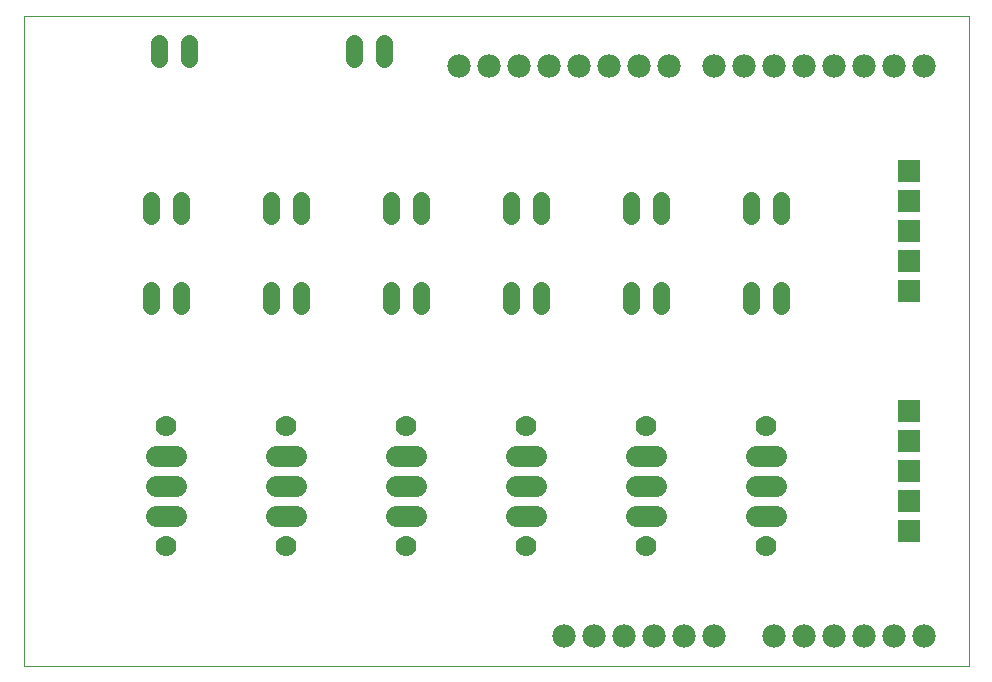
<source format=gbs>
G75*
G70*
%OFA0B0*%
%FSLAX24Y24*%
%IPPOS*%
%LPD*%
%AMOC8*
5,1,8,0,0,1.08239X$1,22.5*
%
%ADD10C,0.0000*%
%ADD11R,0.0749X0.0749*%
%ADD12C,0.0560*%
%ADD13C,0.0690*%
%ADD14C,0.0700*%
%ADD15C,0.0780*%
D10*
X002180Y000680D02*
X002180Y022334D01*
X033676Y022334D01*
X033676Y000680D01*
X002180Y000680D01*
D11*
X031680Y005180D03*
X031680Y006180D03*
X031680Y007180D03*
X031680Y008180D03*
X031680Y009164D03*
X031680Y013180D03*
X031680Y014180D03*
X031680Y015180D03*
X031680Y016180D03*
X031680Y017164D03*
D12*
X027430Y016190D02*
X027430Y015670D01*
X026430Y015670D02*
X026430Y016190D01*
X023430Y016190D02*
X023430Y015670D01*
X022430Y015670D02*
X022430Y016190D01*
X019430Y016190D02*
X019430Y015670D01*
X018430Y015670D02*
X018430Y016190D01*
X015430Y016190D02*
X015430Y015670D01*
X014430Y015670D02*
X014430Y016190D01*
X011430Y016190D02*
X011430Y015670D01*
X010430Y015670D02*
X010430Y016190D01*
X007430Y016190D02*
X007430Y015670D01*
X006430Y015670D02*
X006430Y016190D01*
X006430Y013190D02*
X006430Y012670D01*
X007430Y012670D02*
X007430Y013190D01*
X010430Y013190D02*
X010430Y012670D01*
X011430Y012670D02*
X011430Y013190D01*
X014430Y013190D02*
X014430Y012670D01*
X015430Y012670D02*
X015430Y013190D01*
X018430Y013190D02*
X018430Y012670D01*
X019430Y012670D02*
X019430Y013190D01*
X022430Y013190D02*
X022430Y012670D01*
X023430Y012670D02*
X023430Y013190D01*
X026430Y013190D02*
X026430Y012670D01*
X027430Y012670D02*
X027430Y013190D01*
X014180Y020920D02*
X014180Y021440D01*
X013180Y021440D02*
X013180Y020920D01*
X007680Y020920D02*
X007680Y021440D01*
X006680Y021440D02*
X006680Y020920D01*
D13*
X006605Y007680D02*
X007255Y007680D01*
X007255Y006680D02*
X006605Y006680D01*
X006605Y005680D02*
X007255Y005680D01*
X010605Y005680D02*
X011255Y005680D01*
X011255Y006680D02*
X010605Y006680D01*
X010605Y007680D02*
X011255Y007680D01*
X014605Y007680D02*
X015255Y007680D01*
X015255Y006680D02*
X014605Y006680D01*
X014605Y005680D02*
X015255Y005680D01*
X018605Y005680D02*
X019255Y005680D01*
X019255Y006680D02*
X018605Y006680D01*
X018605Y007680D02*
X019255Y007680D01*
X022605Y007680D02*
X023255Y007680D01*
X023255Y006680D02*
X022605Y006680D01*
X022605Y005680D02*
X023255Y005680D01*
X026605Y005680D02*
X027255Y005680D01*
X027255Y006680D02*
X026605Y006680D01*
X026605Y007680D02*
X027255Y007680D01*
D14*
X026930Y008680D03*
X022930Y008680D03*
X018930Y008680D03*
X014930Y008680D03*
X010930Y008680D03*
X006930Y008680D03*
X006930Y004680D03*
X010930Y004680D03*
X014930Y004680D03*
X018930Y004680D03*
X022930Y004680D03*
X026930Y004680D03*
D15*
X027180Y001680D03*
X028180Y001680D03*
X029180Y001680D03*
X030180Y001680D03*
X031180Y001680D03*
X032180Y001680D03*
X025180Y001680D03*
X024180Y001680D03*
X023180Y001680D03*
X022180Y001680D03*
X021180Y001680D03*
X020180Y001680D03*
X019680Y020680D03*
X018680Y020680D03*
X017680Y020680D03*
X016680Y020680D03*
X020680Y020680D03*
X021680Y020680D03*
X022680Y020680D03*
X023680Y020680D03*
X025180Y020680D03*
X026180Y020680D03*
X027180Y020680D03*
X028180Y020680D03*
X029180Y020680D03*
X030180Y020680D03*
X031180Y020680D03*
X032180Y020680D03*
M02*

</source>
